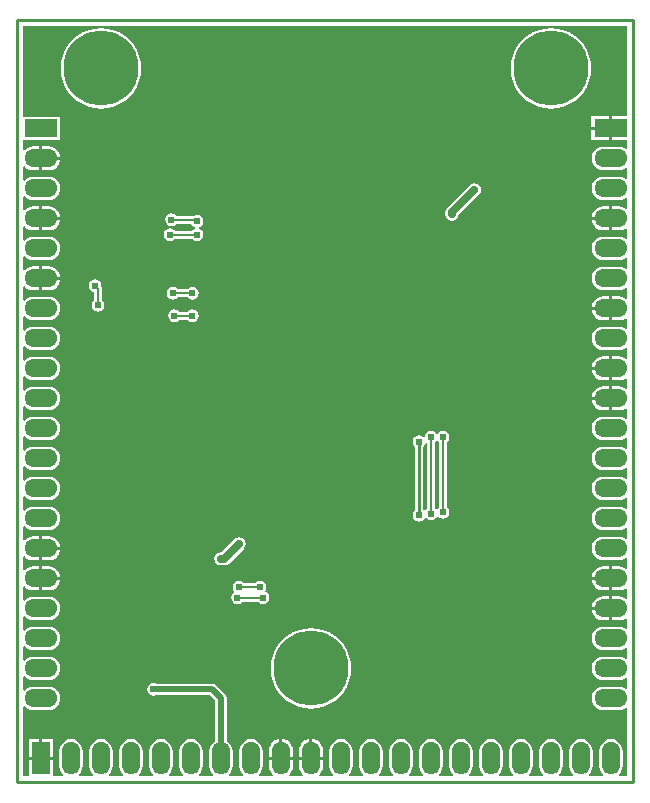
<source format=gbl>
G04*
G04 #@! TF.GenerationSoftware,Altium Limited,Altium Designer,19.0.10 (269)*
G04*
G04 Layer_Physical_Order=2*
G04 Layer_Color=16711680*
%FSLAX25Y25*%
%MOIN*%
G70*
G01*
G75*
%ADD15C,0.01000*%
%ADD17C,0.00800*%
%ADD41C,0.02000*%
%ADD42C,0.02500*%
%ADD43C,0.25000*%
%ADD44R,0.11000X0.06000*%
%ADD45O,0.11000X0.06000*%
%ADD46R,0.06000X0.11000*%
%ADD47O,0.06000X0.11000*%
%ADD48C,0.02400*%
G36*
X203461Y222000D02*
X198500D01*
Y218000D01*
Y214000D01*
X203461D01*
Y211274D01*
X202961Y211028D01*
X202467Y211407D01*
X201518Y211800D01*
X200500Y211934D01*
X195500D01*
X194482Y211800D01*
X193533Y211407D01*
X192719Y210782D01*
X192093Y209967D01*
X191700Y209018D01*
X191566Y208000D01*
X191700Y206982D01*
X192093Y206033D01*
X192719Y205219D01*
X193533Y204593D01*
X194482Y204200D01*
X195500Y204066D01*
X200500D01*
X201518Y204200D01*
X202467Y204593D01*
X202961Y204972D01*
X203461Y204726D01*
Y201274D01*
X202961Y201027D01*
X202467Y201407D01*
X201518Y201800D01*
X200500Y201934D01*
X195500D01*
X194482Y201800D01*
X193533Y201407D01*
X192719Y200781D01*
X192093Y199967D01*
X191700Y199018D01*
X191566Y198000D01*
X191700Y196982D01*
X192093Y196033D01*
X192719Y195219D01*
X193533Y194593D01*
X194482Y194200D01*
X195500Y194066D01*
X200500D01*
X201518Y194200D01*
X202467Y194593D01*
X202961Y194973D01*
X203461Y194726D01*
Y191400D01*
X202961Y191154D01*
X202517Y191494D01*
X201544Y191897D01*
X200500Y192034D01*
X198500D01*
Y188000D01*
Y183966D01*
X200500D01*
X201544Y184103D01*
X202517Y184506D01*
X202961Y184846D01*
X203461Y184600D01*
Y181274D01*
X202961Y181027D01*
X202467Y181407D01*
X201518Y181800D01*
X200500Y181934D01*
X195500D01*
X194482Y181800D01*
X193533Y181407D01*
X192719Y180781D01*
X192093Y179967D01*
X191700Y179018D01*
X191566Y178000D01*
X191700Y176982D01*
X192093Y176033D01*
X192719Y175218D01*
X193533Y174593D01*
X194482Y174200D01*
X195500Y174066D01*
X200500D01*
X201518Y174200D01*
X202467Y174593D01*
X202961Y174972D01*
X203461Y174726D01*
Y171274D01*
X202961Y171028D01*
X202467Y171407D01*
X201518Y171800D01*
X200500Y171934D01*
X195500D01*
X194482Y171800D01*
X193533Y171407D01*
X192719Y170782D01*
X192093Y169967D01*
X191700Y169018D01*
X191566Y168000D01*
X191700Y166982D01*
X192093Y166033D01*
X192719Y165218D01*
X193533Y164593D01*
X194482Y164200D01*
X195500Y164066D01*
X200500D01*
X201518Y164200D01*
X202467Y164593D01*
X202961Y164972D01*
X203461Y164726D01*
Y161400D01*
X202961Y161154D01*
X202517Y161494D01*
X201544Y161897D01*
X200500Y162034D01*
X198500D01*
Y158000D01*
Y153965D01*
X200500D01*
X201544Y154103D01*
X202517Y154506D01*
X202961Y154846D01*
X203461Y154600D01*
Y151274D01*
X202961Y151028D01*
X202467Y151407D01*
X201518Y151800D01*
X200500Y151934D01*
X195500D01*
X194482Y151800D01*
X193533Y151407D01*
X192719Y150782D01*
X192093Y149967D01*
X191700Y149018D01*
X191566Y148000D01*
X191700Y146982D01*
X192093Y146033D01*
X192719Y145219D01*
X193533Y144593D01*
X194482Y144200D01*
X195500Y144066D01*
X200500D01*
X201518Y144200D01*
X202467Y144593D01*
X202961Y144973D01*
X203461Y144726D01*
Y141400D01*
X202961Y141154D01*
X202517Y141494D01*
X201544Y141897D01*
X200500Y142034D01*
X198500D01*
Y138000D01*
Y133966D01*
X200500D01*
X201544Y134103D01*
X202517Y134506D01*
X202961Y134846D01*
X203461Y134600D01*
Y131400D01*
X202961Y131154D01*
X202517Y131494D01*
X201544Y131897D01*
X200500Y132035D01*
X198500D01*
Y128000D01*
Y123966D01*
X200500D01*
X201544Y124103D01*
X202517Y124506D01*
X202961Y124846D01*
X203461Y124600D01*
Y121274D01*
X202961Y121028D01*
X202467Y121407D01*
X201518Y121800D01*
X200500Y121934D01*
X195500D01*
X194482Y121800D01*
X193533Y121407D01*
X192719Y120782D01*
X192093Y119967D01*
X191700Y119018D01*
X191566Y118000D01*
X191700Y116982D01*
X192093Y116033D01*
X192719Y115218D01*
X193533Y114593D01*
X194482Y114200D01*
X195500Y114066D01*
X200500D01*
X201518Y114200D01*
X202467Y114593D01*
X202961Y114972D01*
X203461Y114726D01*
Y111274D01*
X202961Y111028D01*
X202467Y111407D01*
X201518Y111800D01*
X200500Y111934D01*
X195500D01*
X194482Y111800D01*
X193533Y111407D01*
X192719Y110782D01*
X192093Y109967D01*
X191700Y109018D01*
X191566Y108000D01*
X191700Y106982D01*
X192093Y106033D01*
X192719Y105219D01*
X193533Y104593D01*
X194482Y104200D01*
X195500Y104066D01*
X200500D01*
X201518Y104200D01*
X202467Y104593D01*
X202961Y104973D01*
X203461Y104726D01*
Y101274D01*
X202961Y101028D01*
X202467Y101407D01*
X201518Y101800D01*
X200500Y101934D01*
X195500D01*
X194482Y101800D01*
X193533Y101407D01*
X192719Y100782D01*
X192093Y99967D01*
X191700Y99018D01*
X191566Y98000D01*
X191700Y96982D01*
X192093Y96033D01*
X192719Y95218D01*
X193533Y94593D01*
X194482Y94200D01*
X195500Y94066D01*
X200500D01*
X201518Y94200D01*
X202467Y94593D01*
X202961Y94972D01*
X203461Y94726D01*
Y91274D01*
X202961Y91027D01*
X202467Y91407D01*
X201518Y91800D01*
X200500Y91934D01*
X195500D01*
X194482Y91800D01*
X193533Y91407D01*
X192719Y90781D01*
X192093Y89967D01*
X191700Y89018D01*
X191566Y88000D01*
X191700Y86982D01*
X192093Y86033D01*
X192719Y85219D01*
X193533Y84593D01*
X194482Y84200D01*
X195500Y84066D01*
X200500D01*
X201518Y84200D01*
X202467Y84593D01*
X202961Y84973D01*
X203461Y84726D01*
Y81274D01*
X202961Y81028D01*
X202467Y81407D01*
X201518Y81800D01*
X200500Y81934D01*
X195500D01*
X194482Y81800D01*
X193533Y81407D01*
X192719Y80782D01*
X192093Y79967D01*
X191700Y79018D01*
X191566Y78000D01*
X191700Y76982D01*
X192093Y76033D01*
X192719Y75218D01*
X193533Y74593D01*
X194482Y74200D01*
X195500Y74066D01*
X200500D01*
X201518Y74200D01*
X202467Y74593D01*
X202961Y74972D01*
X203461Y74726D01*
Y71400D01*
X202961Y71154D01*
X202517Y71494D01*
X201544Y71897D01*
X200500Y72035D01*
X198500D01*
Y68000D01*
Y63965D01*
X200500D01*
X201544Y64103D01*
X202517Y64506D01*
X202961Y64846D01*
X203461Y64600D01*
Y61400D01*
X202961Y61154D01*
X202517Y61494D01*
X201544Y61897D01*
X200500Y62034D01*
X198500D01*
Y58000D01*
Y53966D01*
X200500D01*
X201544Y54103D01*
X202517Y54506D01*
X202961Y54846D01*
X203461Y54600D01*
Y51274D01*
X202961Y51028D01*
X202467Y51407D01*
X201518Y51800D01*
X200500Y51934D01*
X195500D01*
X194482Y51800D01*
X193533Y51407D01*
X192719Y50782D01*
X192093Y49967D01*
X191700Y49018D01*
X191566Y48000D01*
X191700Y46982D01*
X192093Y46033D01*
X192719Y45219D01*
X193533Y44593D01*
X194482Y44200D01*
X195500Y44066D01*
X200500D01*
X201518Y44200D01*
X202467Y44593D01*
X202961Y44972D01*
X203461Y44726D01*
Y41274D01*
X202961Y41028D01*
X202467Y41407D01*
X201518Y41800D01*
X200500Y41934D01*
X195500D01*
X194482Y41800D01*
X193533Y41407D01*
X192719Y40782D01*
X192093Y39967D01*
X191700Y39018D01*
X191566Y38000D01*
X191700Y36982D01*
X192093Y36033D01*
X192719Y35219D01*
X193533Y34593D01*
X194482Y34200D01*
X195500Y34066D01*
X200500D01*
X201518Y34200D01*
X202467Y34593D01*
X202961Y34972D01*
X203461Y34726D01*
Y31274D01*
X202961Y31028D01*
X202467Y31407D01*
X201518Y31800D01*
X200500Y31934D01*
X195500D01*
X194482Y31800D01*
X193533Y31407D01*
X192719Y30781D01*
X192093Y29967D01*
X191700Y29018D01*
X191566Y28000D01*
X191700Y26982D01*
X192093Y26033D01*
X192719Y25218D01*
X193533Y24593D01*
X194482Y24200D01*
X195500Y24066D01*
X200500D01*
X201518Y24200D01*
X202467Y24593D01*
X202961Y24972D01*
X203461Y24726D01*
Y2039D01*
X200717D01*
X200548Y2539D01*
X200781Y2719D01*
X201407Y3533D01*
X201800Y4482D01*
X201934Y5500D01*
Y10500D01*
X201800Y11518D01*
X201407Y12467D01*
X200781Y13282D01*
X199967Y13907D01*
X199018Y14300D01*
X198000Y14434D01*
X196982Y14300D01*
X196033Y13907D01*
X195219Y13282D01*
X194593Y12467D01*
X194200Y11518D01*
X194066Y10500D01*
Y5500D01*
X194200Y4482D01*
X194593Y3533D01*
X195219Y2719D01*
X195452Y2539D01*
X195282Y2039D01*
X190717D01*
X190548Y2539D01*
X190781Y2719D01*
X191407Y3533D01*
X191800Y4482D01*
X191934Y5500D01*
Y10500D01*
X191800Y11518D01*
X191407Y12467D01*
X190781Y13282D01*
X189967Y13907D01*
X189018Y14300D01*
X188000Y14434D01*
X186982Y14300D01*
X186033Y13907D01*
X185219Y13282D01*
X184593Y12467D01*
X184200Y11518D01*
X184066Y10500D01*
Y5500D01*
X184200Y4482D01*
X184593Y3533D01*
X185219Y2719D01*
X185452Y2539D01*
X185283Y2039D01*
X180718D01*
X180548Y2539D01*
X180781Y2719D01*
X181407Y3533D01*
X181800Y4482D01*
X181934Y5500D01*
Y10500D01*
X181800Y11518D01*
X181407Y12467D01*
X180781Y13282D01*
X179967Y13907D01*
X179018Y14300D01*
X178000Y14434D01*
X176982Y14300D01*
X176033Y13907D01*
X175218Y13282D01*
X174593Y12467D01*
X174200Y11518D01*
X174066Y10500D01*
Y5500D01*
X174200Y4482D01*
X174593Y3533D01*
X175218Y2719D01*
X175452Y2539D01*
X175283Y2039D01*
X170718D01*
X170548Y2539D01*
X170782Y2719D01*
X171407Y3533D01*
X171800Y4482D01*
X171934Y5500D01*
Y10500D01*
X171800Y11518D01*
X171407Y12467D01*
X170782Y13282D01*
X169967Y13907D01*
X169018Y14300D01*
X168000Y14434D01*
X166982Y14300D01*
X166033Y13907D01*
X165218Y13282D01*
X164593Y12467D01*
X164200Y11518D01*
X164066Y10500D01*
Y5500D01*
X164200Y4482D01*
X164593Y3533D01*
X165218Y2719D01*
X165452Y2539D01*
X165282Y2039D01*
X160717D01*
X160548Y2539D01*
X160782Y2719D01*
X161407Y3533D01*
X161800Y4482D01*
X161934Y5500D01*
Y10500D01*
X161800Y11518D01*
X161407Y12467D01*
X160782Y13282D01*
X159967Y13907D01*
X159018Y14300D01*
X158000Y14434D01*
X156982Y14300D01*
X156033Y13907D01*
X155219Y13282D01*
X154593Y12467D01*
X154200Y11518D01*
X154066Y10500D01*
Y5500D01*
X154200Y4482D01*
X154593Y3533D01*
X155219Y2719D01*
X155452Y2539D01*
X155282Y2039D01*
X150717D01*
X150548Y2539D01*
X150782Y2719D01*
X151407Y3533D01*
X151800Y4482D01*
X151934Y5500D01*
Y10500D01*
X151800Y11518D01*
X151407Y12467D01*
X150782Y13282D01*
X149967Y13907D01*
X149018Y14300D01*
X148000Y14434D01*
X146982Y14300D01*
X146033Y13907D01*
X145219Y13282D01*
X144593Y12467D01*
X144200Y11518D01*
X144066Y10500D01*
Y5500D01*
X144200Y4482D01*
X144593Y3533D01*
X145219Y2719D01*
X145452Y2539D01*
X145282Y2039D01*
X140717D01*
X140548Y2539D01*
X140781Y2719D01*
X141407Y3533D01*
X141800Y4482D01*
X141934Y5500D01*
Y10500D01*
X141800Y11518D01*
X141407Y12467D01*
X140781Y13282D01*
X139967Y13907D01*
X139018Y14300D01*
X138000Y14434D01*
X136982Y14300D01*
X136033Y13907D01*
X135219Y13282D01*
X134593Y12467D01*
X134200Y11518D01*
X134066Y10500D01*
Y5500D01*
X134200Y4482D01*
X134593Y3533D01*
X135219Y2719D01*
X135452Y2539D01*
X135283Y2039D01*
X130718D01*
X130548Y2539D01*
X130781Y2719D01*
X131407Y3533D01*
X131800Y4482D01*
X131934Y5500D01*
Y10500D01*
X131800Y11518D01*
X131407Y12467D01*
X130781Y13282D01*
X129967Y13907D01*
X129018Y14300D01*
X128000Y14434D01*
X126982Y14300D01*
X126033Y13907D01*
X125218Y13282D01*
X124593Y12467D01*
X124200Y11518D01*
X124066Y10500D01*
Y5500D01*
X124200Y4482D01*
X124593Y3533D01*
X125218Y2719D01*
X125452Y2539D01*
X125283Y2039D01*
X120718D01*
X120548Y2539D01*
X120782Y2719D01*
X121407Y3533D01*
X121800Y4482D01*
X121934Y5500D01*
Y10500D01*
X121800Y11518D01*
X121407Y12467D01*
X120782Y13282D01*
X119967Y13907D01*
X119018Y14300D01*
X118000Y14434D01*
X116982Y14300D01*
X116033Y13907D01*
X115218Y13282D01*
X114593Y12467D01*
X114200Y11518D01*
X114066Y10500D01*
Y5500D01*
X114200Y4482D01*
X114593Y3533D01*
X115218Y2719D01*
X115452Y2539D01*
X115282Y2039D01*
X110717D01*
X110548Y2539D01*
X110782Y2719D01*
X111407Y3533D01*
X111800Y4482D01*
X111934Y5500D01*
Y10500D01*
X111800Y11518D01*
X111407Y12467D01*
X110782Y13282D01*
X109967Y13907D01*
X109018Y14300D01*
X108000Y14434D01*
X106982Y14300D01*
X106033Y13907D01*
X105219Y13282D01*
X104593Y12467D01*
X104200Y11518D01*
X104066Y10500D01*
Y5500D01*
X104200Y4482D01*
X104593Y3533D01*
X105219Y2719D01*
X105452Y2539D01*
X105282Y2039D01*
X100838D01*
X100678Y2513D01*
X100853Y2647D01*
X101494Y3483D01*
X101897Y4456D01*
X102034Y5500D01*
Y7500D01*
X98000D01*
X93966D01*
Y5500D01*
X94103Y4456D01*
X94506Y3483D01*
X95147Y2647D01*
X95323Y2513D01*
X95162Y2039D01*
X90838D01*
X90677Y2513D01*
X90853Y2647D01*
X91494Y3483D01*
X91897Y4456D01*
X92035Y5500D01*
Y7500D01*
X88000D01*
X83965D01*
Y5500D01*
X84103Y4456D01*
X84506Y3483D01*
X85147Y2647D01*
X85322Y2513D01*
X85162Y2039D01*
X80717D01*
X80548Y2539D01*
X80782Y2719D01*
X81407Y3533D01*
X81800Y4482D01*
X81934Y5500D01*
Y10500D01*
X81800Y11518D01*
X81407Y12467D01*
X80782Y13282D01*
X79967Y13907D01*
X79018Y14300D01*
X78000Y14434D01*
X76982Y14300D01*
X76033Y13907D01*
X75218Y13282D01*
X74593Y12467D01*
X74200Y11518D01*
X74066Y10500D01*
Y5500D01*
X74200Y4482D01*
X74593Y3533D01*
X75218Y2719D01*
X75452Y2539D01*
X75283Y2039D01*
X70718D01*
X70548Y2539D01*
X70781Y2719D01*
X71407Y3533D01*
X71800Y4482D01*
X71934Y5500D01*
Y10500D01*
X71800Y11518D01*
X71407Y12467D01*
X70781Y13282D01*
X69967Y13907D01*
X69937Y13919D01*
Y28000D01*
X69790Y28741D01*
X69370Y29370D01*
X66370Y32370D01*
X65741Y32790D01*
X65000Y32937D01*
X46381D01*
X46319Y32978D01*
X45500Y33141D01*
X44681Y32978D01*
X43986Y32514D01*
X43522Y31819D01*
X43359Y31000D01*
X43522Y30181D01*
X43986Y29486D01*
X44681Y29022D01*
X45500Y28859D01*
X46319Y29022D01*
X46381Y29063D01*
X64198D01*
X66063Y27198D01*
Y13919D01*
X66033Y13907D01*
X65219Y13282D01*
X64593Y12467D01*
X64200Y11518D01*
X64066Y10500D01*
Y5500D01*
X64200Y4482D01*
X64593Y3533D01*
X65219Y2719D01*
X65452Y2539D01*
X65282Y2039D01*
X60717D01*
X60548Y2539D01*
X60782Y2719D01*
X61407Y3533D01*
X61800Y4482D01*
X61934Y5500D01*
Y10500D01*
X61800Y11518D01*
X61407Y12467D01*
X60782Y13282D01*
X59967Y13907D01*
X59018Y14300D01*
X58000Y14434D01*
X56982Y14300D01*
X56033Y13907D01*
X55218Y13282D01*
X54593Y12467D01*
X54200Y11518D01*
X54066Y10500D01*
Y5500D01*
X54200Y4482D01*
X54593Y3533D01*
X55218Y2719D01*
X55452Y2539D01*
X55282Y2039D01*
X50718D01*
X50548Y2539D01*
X50782Y2719D01*
X51407Y3533D01*
X51800Y4482D01*
X51934Y5500D01*
Y10500D01*
X51800Y11518D01*
X51407Y12467D01*
X50782Y13282D01*
X49967Y13907D01*
X49018Y14300D01*
X48000Y14434D01*
X46982Y14300D01*
X46033Y13907D01*
X45219Y13282D01*
X44593Y12467D01*
X44200Y11518D01*
X44066Y10500D01*
Y5500D01*
X44200Y4482D01*
X44593Y3533D01*
X45219Y2719D01*
X45452Y2539D01*
X45283Y2039D01*
X40718D01*
X40548Y2539D01*
X40782Y2719D01*
X41407Y3533D01*
X41800Y4482D01*
X41934Y5500D01*
Y10500D01*
X41800Y11518D01*
X41407Y12467D01*
X40782Y13282D01*
X39967Y13907D01*
X39018Y14300D01*
X38000Y14434D01*
X36982Y14300D01*
X36033Y13907D01*
X35219Y13282D01*
X34593Y12467D01*
X34200Y11518D01*
X34066Y10500D01*
Y5500D01*
X34200Y4482D01*
X34593Y3533D01*
X35219Y2719D01*
X35452Y2539D01*
X35282Y2039D01*
X30718D01*
X30548Y2539D01*
X30781Y2719D01*
X31407Y3533D01*
X31800Y4482D01*
X31934Y5500D01*
Y10500D01*
X31800Y11518D01*
X31407Y12467D01*
X30781Y13282D01*
X29967Y13907D01*
X29018Y14300D01*
X28000Y14434D01*
X26982Y14300D01*
X26033Y13907D01*
X25218Y13282D01*
X24593Y12467D01*
X24200Y11518D01*
X24066Y10500D01*
Y5500D01*
X24200Y4482D01*
X24593Y3533D01*
X25218Y2719D01*
X25452Y2539D01*
X25282Y2039D01*
X20718D01*
X20548Y2539D01*
X20782Y2719D01*
X21407Y3533D01*
X21800Y4482D01*
X21934Y5500D01*
Y10500D01*
X21800Y11518D01*
X21407Y12467D01*
X20782Y13282D01*
X19967Y13907D01*
X19018Y14300D01*
X18000Y14434D01*
X16982Y14300D01*
X16033Y13907D01*
X15218Y13282D01*
X14593Y12467D01*
X14200Y11518D01*
X14066Y10500D01*
Y5500D01*
X14200Y4482D01*
X14593Y3533D01*
X15218Y2719D01*
X15452Y2539D01*
X15282Y2039D01*
X12000D01*
Y7500D01*
X8000D01*
X4000D01*
Y2039D01*
X2039D01*
Y25282D01*
X2539Y25452D01*
X2719Y25218D01*
X3533Y24593D01*
X4482Y24200D01*
X5500Y24066D01*
X10500D01*
X11518Y24200D01*
X12467Y24593D01*
X13282Y25218D01*
X13907Y26033D01*
X14300Y26982D01*
X14434Y28000D01*
X14300Y29018D01*
X13907Y29967D01*
X13282Y30781D01*
X12467Y31407D01*
X11518Y31800D01*
X10500Y31934D01*
X5500D01*
X4482Y31800D01*
X3533Y31407D01*
X2719Y30781D01*
X2539Y30548D01*
X2039Y30718D01*
Y35282D01*
X2539Y35452D01*
X2719Y35219D01*
X3533Y34593D01*
X4482Y34200D01*
X5500Y34066D01*
X10500D01*
X11518Y34200D01*
X12467Y34593D01*
X13282Y35219D01*
X13907Y36033D01*
X14300Y36982D01*
X14434Y38000D01*
X14300Y39018D01*
X13907Y39967D01*
X13282Y40782D01*
X12467Y41407D01*
X11518Y41800D01*
X10500Y41934D01*
X5500D01*
X4482Y41800D01*
X3533Y41407D01*
X2719Y40782D01*
X2539Y40548D01*
X2039Y40718D01*
Y45283D01*
X2539Y45452D01*
X2719Y45219D01*
X3533Y44593D01*
X4482Y44200D01*
X5500Y44066D01*
X10500D01*
X11518Y44200D01*
X12467Y44593D01*
X13282Y45219D01*
X13907Y46033D01*
X14300Y46982D01*
X14434Y48000D01*
X14300Y49018D01*
X13907Y49967D01*
X13282Y50782D01*
X12467Y51407D01*
X11518Y51800D01*
X10500Y51934D01*
X5500D01*
X4482Y51800D01*
X3533Y51407D01*
X2719Y50782D01*
X2539Y50548D01*
X2039Y50718D01*
Y55282D01*
X2539Y55452D01*
X2719Y55218D01*
X3533Y54593D01*
X4482Y54200D01*
X5500Y54066D01*
X10500D01*
X11518Y54200D01*
X12467Y54593D01*
X13282Y55218D01*
X13907Y56033D01*
X14300Y56982D01*
X14434Y58000D01*
X14300Y59018D01*
X13907Y59967D01*
X13282Y60782D01*
X12467Y61407D01*
X11518Y61800D01*
X10500Y61934D01*
X5500D01*
X4482Y61800D01*
X3533Y61407D01*
X2719Y60782D01*
X2539Y60548D01*
X2039Y60717D01*
Y65162D01*
X2513Y65323D01*
X2647Y65147D01*
X3483Y64506D01*
X4456Y64103D01*
X5500Y63965D01*
X7500D01*
Y68000D01*
Y72035D01*
X5500D01*
X4456Y71897D01*
X3483Y71494D01*
X2647Y70853D01*
X2513Y70678D01*
X2039Y70838D01*
Y75162D01*
X2513Y75323D01*
X2647Y75147D01*
X3483Y74506D01*
X4456Y74103D01*
X5500Y73966D01*
X7500D01*
Y78000D01*
Y82034D01*
X5500D01*
X4456Y81897D01*
X3483Y81494D01*
X2647Y80853D01*
X2513Y80677D01*
X2039Y80838D01*
Y85282D01*
X2539Y85452D01*
X2719Y85219D01*
X3533Y84593D01*
X4482Y84200D01*
X5500Y84066D01*
X10500D01*
X11518Y84200D01*
X12467Y84593D01*
X13282Y85219D01*
X13907Y86033D01*
X14300Y86982D01*
X14434Y88000D01*
X14300Y89018D01*
X13907Y89967D01*
X13282Y90781D01*
X12467Y91407D01*
X11518Y91800D01*
X10500Y91934D01*
X5500D01*
X4482Y91800D01*
X3533Y91407D01*
X2719Y90781D01*
X2539Y90548D01*
X2039Y90718D01*
Y95283D01*
X2539Y95452D01*
X2719Y95218D01*
X3533Y94593D01*
X4482Y94200D01*
X5500Y94066D01*
X10500D01*
X11518Y94200D01*
X12467Y94593D01*
X13282Y95218D01*
X13907Y96033D01*
X14300Y96982D01*
X14434Y98000D01*
X14300Y99018D01*
X13907Y99967D01*
X13282Y100782D01*
X12467Y101407D01*
X11518Y101800D01*
X10500Y101934D01*
X5500D01*
X4482Y101800D01*
X3533Y101407D01*
X2719Y100782D01*
X2539Y100548D01*
X2039Y100717D01*
Y105282D01*
X2539Y105452D01*
X2719Y105219D01*
X3533Y104593D01*
X4482Y104200D01*
X5500Y104066D01*
X10500D01*
X11518Y104200D01*
X12467Y104593D01*
X13282Y105219D01*
X13907Y106033D01*
X14300Y106982D01*
X14434Y108000D01*
X14300Y109018D01*
X13907Y109967D01*
X13282Y110782D01*
X12467Y111407D01*
X11518Y111800D01*
X10500Y111934D01*
X5500D01*
X4482Y111800D01*
X3533Y111407D01*
X2719Y110782D01*
X2539Y110548D01*
X2039Y110717D01*
Y115282D01*
X2539Y115452D01*
X2719Y115218D01*
X3533Y114593D01*
X4482Y114200D01*
X5500Y114066D01*
X10500D01*
X11518Y114200D01*
X12467Y114593D01*
X13282Y115218D01*
X13907Y116033D01*
X14300Y116982D01*
X14434Y118000D01*
X14300Y119018D01*
X13907Y119967D01*
X13282Y120782D01*
X12467Y121407D01*
X11518Y121800D01*
X10500Y121934D01*
X5500D01*
X4482Y121800D01*
X3533Y121407D01*
X2719Y120782D01*
X2539Y120548D01*
X2039Y120718D01*
Y125283D01*
X2539Y125452D01*
X2719Y125218D01*
X3533Y124593D01*
X4482Y124200D01*
X5500Y124066D01*
X10500D01*
X11518Y124200D01*
X12467Y124593D01*
X13282Y125218D01*
X13907Y126033D01*
X14300Y126982D01*
X14434Y128000D01*
X14300Y129018D01*
X13907Y129967D01*
X13282Y130781D01*
X12467Y131407D01*
X11518Y131800D01*
X10500Y131934D01*
X5500D01*
X4482Y131800D01*
X3533Y131407D01*
X2719Y130781D01*
X2539Y130548D01*
X2039Y130718D01*
Y135283D01*
X2539Y135452D01*
X2719Y135219D01*
X3533Y134593D01*
X4482Y134200D01*
X5500Y134066D01*
X10500D01*
X11518Y134200D01*
X12467Y134593D01*
X13282Y135219D01*
X13907Y136033D01*
X14300Y136982D01*
X14434Y138000D01*
X14300Y139018D01*
X13907Y139967D01*
X13282Y140781D01*
X12467Y141407D01*
X11518Y141800D01*
X10500Y141934D01*
X5500D01*
X4482Y141800D01*
X3533Y141407D01*
X2719Y140781D01*
X2539Y140548D01*
X2039Y140717D01*
Y145282D01*
X2539Y145452D01*
X2719Y145219D01*
X3533Y144593D01*
X4482Y144200D01*
X5500Y144066D01*
X10500D01*
X11518Y144200D01*
X12467Y144593D01*
X13282Y145219D01*
X13907Y146033D01*
X14300Y146982D01*
X14434Y148000D01*
X14300Y149018D01*
X13907Y149967D01*
X13282Y150782D01*
X12467Y151407D01*
X11518Y151800D01*
X10500Y151934D01*
X5500D01*
X4482Y151800D01*
X3533Y151407D01*
X2719Y150782D01*
X2539Y150548D01*
X2039Y150717D01*
Y155282D01*
X2539Y155452D01*
X2719Y155219D01*
X3533Y154593D01*
X4482Y154200D01*
X5500Y154066D01*
X10500D01*
X11518Y154200D01*
X12467Y154593D01*
X13282Y155219D01*
X13907Y156033D01*
X14300Y156982D01*
X14434Y158000D01*
X14300Y159018D01*
X13907Y159967D01*
X13282Y160782D01*
X12467Y161407D01*
X11518Y161800D01*
X10500Y161934D01*
X5500D01*
X4482Y161800D01*
X3533Y161407D01*
X2719Y160782D01*
X2539Y160548D01*
X2039Y160717D01*
Y165162D01*
X2513Y165322D01*
X2647Y165147D01*
X3483Y164506D01*
X4456Y164103D01*
X5500Y163965D01*
X7500D01*
Y168000D01*
Y172035D01*
X5500D01*
X4456Y171897D01*
X3483Y171494D01*
X2647Y170853D01*
X2513Y170677D01*
X2039Y170838D01*
Y175283D01*
X2539Y175452D01*
X2719Y175218D01*
X3533Y174593D01*
X4482Y174200D01*
X5500Y174066D01*
X10500D01*
X11518Y174200D01*
X12467Y174593D01*
X13282Y175218D01*
X13907Y176033D01*
X14300Y176982D01*
X14434Y178000D01*
X14300Y179018D01*
X13907Y179967D01*
X13282Y180781D01*
X12467Y181407D01*
X11518Y181800D01*
X10500Y181934D01*
X5500D01*
X4482Y181800D01*
X3533Y181407D01*
X2719Y180781D01*
X2539Y180548D01*
X2039Y180718D01*
Y185162D01*
X2513Y185322D01*
X2647Y185147D01*
X3483Y184506D01*
X4456Y184103D01*
X5500Y183966D01*
X7500D01*
Y188000D01*
Y192034D01*
X5500D01*
X4456Y191897D01*
X3483Y191494D01*
X2647Y190853D01*
X2513Y190677D01*
X2039Y190838D01*
Y195282D01*
X2539Y195452D01*
X2719Y195219D01*
X3533Y194593D01*
X4482Y194200D01*
X5500Y194066D01*
X10500D01*
X11518Y194200D01*
X12467Y194593D01*
X13282Y195219D01*
X13907Y196033D01*
X14300Y196982D01*
X14434Y198000D01*
X14300Y199018D01*
X13907Y199967D01*
X13282Y200781D01*
X12467Y201407D01*
X11518Y201800D01*
X10500Y201934D01*
X5500D01*
X4482Y201800D01*
X3533Y201407D01*
X2719Y200781D01*
X2539Y200548D01*
X2039Y200717D01*
Y205162D01*
X2513Y205323D01*
X2647Y205147D01*
X3483Y204506D01*
X4456Y204103D01*
X5500Y203965D01*
X7500D01*
Y208000D01*
Y212035D01*
X5500D01*
X4456Y211897D01*
X3483Y211494D01*
X2647Y210853D01*
X2513Y210678D01*
X2039Y210838D01*
Y214100D01*
X14400D01*
Y221900D01*
X2039D01*
Y251961D01*
X203461D01*
Y222000D01*
D02*
G37*
%LPC*%
G36*
X178000Y251441D02*
X175897Y251276D01*
X173846Y250784D01*
X171898Y249976D01*
X170099Y248874D01*
X168496Y247504D01*
X167126Y245901D01*
X166024Y244102D01*
X165216Y242154D01*
X164724Y240103D01*
X164559Y238000D01*
X164724Y235897D01*
X165216Y233846D01*
X166024Y231898D01*
X167126Y230099D01*
X168496Y228496D01*
X170099Y227126D01*
X171898Y226024D01*
X173846Y225216D01*
X175897Y224724D01*
X178000Y224559D01*
X180103Y224724D01*
X182154Y225216D01*
X184102Y226024D01*
X185901Y227126D01*
X187504Y228496D01*
X188874Y230099D01*
X189976Y231898D01*
X190784Y233846D01*
X191276Y235897D01*
X191441Y238000D01*
X191276Y240103D01*
X190784Y242154D01*
X189976Y244102D01*
X188874Y245901D01*
X187504Y247504D01*
X185901Y248874D01*
X184102Y249976D01*
X182154Y250784D01*
X180103Y251276D01*
X178000Y251441D01*
D02*
G37*
G36*
X28000D02*
X25897Y251276D01*
X23846Y250784D01*
X21898Y249976D01*
X20099Y248874D01*
X18496Y247504D01*
X17126Y245901D01*
X16024Y244102D01*
X15216Y242154D01*
X14724Y240103D01*
X14559Y238000D01*
X14724Y235897D01*
X15216Y233846D01*
X16024Y231898D01*
X17126Y230099D01*
X18496Y228496D01*
X20099Y227126D01*
X21898Y226024D01*
X23846Y225216D01*
X25897Y224724D01*
X28000Y224559D01*
X30103Y224724D01*
X32154Y225216D01*
X34102Y226024D01*
X35901Y227126D01*
X37505Y228496D01*
X38874Y230099D01*
X39976Y231898D01*
X40784Y233846D01*
X41276Y235897D01*
X41441Y238000D01*
X41276Y240103D01*
X40784Y242154D01*
X39976Y244102D01*
X38874Y245901D01*
X37505Y247504D01*
X35901Y248874D01*
X34102Y249976D01*
X32154Y250784D01*
X30103Y251276D01*
X28000Y251441D01*
D02*
G37*
G36*
X197500Y222000D02*
X191500D01*
Y218500D01*
X197500D01*
Y222000D01*
D02*
G37*
G36*
Y217500D02*
X191500D01*
Y214000D01*
X197500D01*
Y217500D01*
D02*
G37*
G36*
X10500Y212035D02*
X8500D01*
Y208500D01*
X14469D01*
X14397Y209044D01*
X13994Y210017D01*
X13353Y210853D01*
X12517Y211494D01*
X11544Y211897D01*
X10500Y212035D01*
D02*
G37*
G36*
X14469Y207500D02*
X8500D01*
Y203965D01*
X10500D01*
X11544Y204103D01*
X12517Y204506D01*
X13353Y205147D01*
X13994Y205983D01*
X14397Y206956D01*
X14469Y207500D01*
D02*
G37*
G36*
X197500Y192034D02*
X195500D01*
X194456Y191897D01*
X193483Y191494D01*
X192647Y190853D01*
X192006Y190017D01*
X191603Y189044D01*
X191531Y188500D01*
X197500D01*
Y192034D01*
D02*
G37*
G36*
X10500D02*
X8500D01*
Y188500D01*
X14469D01*
X14397Y189044D01*
X13994Y190017D01*
X13353Y190853D01*
X12517Y191494D01*
X11544Y191897D01*
X10500Y192034D01*
D02*
G37*
G36*
X152500Y199692D02*
X151661Y199525D01*
X150950Y199050D01*
X143450Y191550D01*
X142975Y190839D01*
X142808Y190000D01*
Y189362D01*
X142975Y188523D01*
X143450Y187812D01*
X144161Y187337D01*
X145000Y187170D01*
X145839Y187337D01*
X146550Y187812D01*
X147025Y188523D01*
X147125Y189025D01*
X154050Y195950D01*
X154525Y196661D01*
X154692Y197500D01*
X154525Y198339D01*
X154050Y199050D01*
X153339Y199525D01*
X152500Y199692D01*
D02*
G37*
G36*
X197500Y187500D02*
X191531D01*
X191603Y186956D01*
X192006Y185983D01*
X192647Y185147D01*
X193483Y184506D01*
X194456Y184103D01*
X195500Y183966D01*
X197500D01*
Y187500D01*
D02*
G37*
G36*
X14469D02*
X8500D01*
Y183966D01*
X10500D01*
X11544Y184103D01*
X12517Y184506D01*
X13353Y185147D01*
X13994Y185983D01*
X14397Y186956D01*
X14469Y187500D01*
D02*
G37*
G36*
X51500Y189641D02*
X50681Y189478D01*
X49986Y189014D01*
X49522Y188319D01*
X49359Y187500D01*
X49522Y186681D01*
X49986Y185986D01*
X50681Y185522D01*
X51500Y185359D01*
X52319Y185522D01*
X53014Y185986D01*
X53140Y186174D01*
X58026D01*
X58486Y185486D01*
X59181Y185022D01*
X59266Y185005D01*
Y184495D01*
X59181Y184478D01*
X58486Y184014D01*
X58360Y183826D01*
X52640D01*
X52514Y184014D01*
X51819Y184478D01*
X51000Y184641D01*
X50181Y184478D01*
X49486Y184014D01*
X49022Y183319D01*
X48859Y182500D01*
X49022Y181681D01*
X49486Y180986D01*
X50181Y180522D01*
X51000Y180359D01*
X51819Y180522D01*
X52514Y180986D01*
X52640Y181175D01*
X58360D01*
X58486Y180986D01*
X59181Y180522D01*
X60000Y180359D01*
X60819Y180522D01*
X61514Y180986D01*
X61978Y181681D01*
X62141Y182500D01*
X61978Y183319D01*
X61514Y184014D01*
X60819Y184478D01*
X60734Y184495D01*
Y185005D01*
X60819Y185022D01*
X61514Y185486D01*
X61978Y186181D01*
X62141Y187000D01*
X61978Y187819D01*
X61514Y188514D01*
X60819Y188978D01*
X60000Y189141D01*
X59181Y188978D01*
X58952Y188826D01*
X53140D01*
X53014Y189014D01*
X52319Y189478D01*
X51500Y189641D01*
D02*
G37*
G36*
X10500Y172035D02*
X8500D01*
Y168500D01*
X14469D01*
X14397Y169044D01*
X13994Y170017D01*
X13353Y170853D01*
X12517Y171494D01*
X11544Y171897D01*
X10500Y172035D01*
D02*
G37*
G36*
X58500Y165141D02*
X57681Y164978D01*
X56986Y164514D01*
X56860Y164325D01*
X53640D01*
X53514Y164514D01*
X52819Y164978D01*
X52000Y165141D01*
X51181Y164978D01*
X50486Y164514D01*
X50022Y163819D01*
X49859Y163000D01*
X50022Y162181D01*
X50486Y161486D01*
X51181Y161022D01*
X52000Y160859D01*
X52819Y161022D01*
X53514Y161486D01*
X53640Y161674D01*
X56860D01*
X56986Y161486D01*
X57681Y161022D01*
X58500Y160859D01*
X59319Y161022D01*
X60014Y161486D01*
X60478Y162181D01*
X60641Y163000D01*
X60478Y163819D01*
X60014Y164514D01*
X59319Y164978D01*
X58500Y165141D01*
D02*
G37*
G36*
X14469Y167500D02*
X8500D01*
Y163965D01*
X10500D01*
X11544Y164103D01*
X12517Y164506D01*
X13353Y165147D01*
X13994Y165983D01*
X14397Y166956D01*
X14469Y167500D01*
D02*
G37*
G36*
X197500Y162034D02*
X195500D01*
X194456Y161897D01*
X193483Y161494D01*
X192647Y160853D01*
X192006Y160017D01*
X191603Y159044D01*
X191531Y158500D01*
X197500D01*
Y162034D01*
D02*
G37*
G36*
X26000Y167641D02*
X25181Y167478D01*
X24486Y167014D01*
X24022Y166319D01*
X23859Y165500D01*
X24022Y164681D01*
X24486Y163986D01*
X25181Y163522D01*
X25675Y163424D01*
Y160640D01*
X25486Y160514D01*
X25022Y159819D01*
X24859Y159000D01*
X25022Y158181D01*
X25486Y157486D01*
X26181Y157022D01*
X27000Y156859D01*
X27819Y157022D01*
X28514Y157486D01*
X28978Y158181D01*
X29141Y159000D01*
X28978Y159819D01*
X28514Y160514D01*
X28326Y160640D01*
Y164500D01*
X28225Y165007D01*
X28085Y165217D01*
X28141Y165500D01*
X27978Y166319D01*
X27514Y167014D01*
X26819Y167478D01*
X26000Y167641D01*
D02*
G37*
G36*
X58500Y157641D02*
X57681Y157478D01*
X56986Y157014D01*
X56860Y156825D01*
X54140D01*
X54014Y157014D01*
X53319Y157478D01*
X52500Y157641D01*
X51681Y157478D01*
X50986Y157014D01*
X50522Y156319D01*
X50359Y155500D01*
X50522Y154681D01*
X50986Y153986D01*
X51681Y153522D01*
X52500Y153359D01*
X53319Y153522D01*
X54014Y153986D01*
X54140Y154174D01*
X56860D01*
X56986Y153986D01*
X57681Y153522D01*
X58500Y153359D01*
X59319Y153522D01*
X60014Y153986D01*
X60478Y154681D01*
X60641Y155500D01*
X60478Y156319D01*
X60014Y157014D01*
X59319Y157478D01*
X58500Y157641D01*
D02*
G37*
G36*
X197500Y157500D02*
X191531D01*
X191603Y156956D01*
X192006Y155983D01*
X192647Y155147D01*
X193483Y154506D01*
X194456Y154103D01*
X195500Y153965D01*
X197500D01*
Y157500D01*
D02*
G37*
G36*
Y142034D02*
X195500D01*
X194456Y141897D01*
X193483Y141494D01*
X192647Y140853D01*
X192006Y140017D01*
X191603Y139044D01*
X191531Y138500D01*
X197500D01*
Y142034D01*
D02*
G37*
G36*
Y137500D02*
X191531D01*
X191603Y136956D01*
X192006Y135983D01*
X192647Y135147D01*
X193483Y134506D01*
X194456Y134103D01*
X195500Y133966D01*
X197500D01*
Y137500D01*
D02*
G37*
G36*
Y132035D02*
X195500D01*
X194456Y131897D01*
X193483Y131494D01*
X192647Y130853D01*
X192006Y130017D01*
X191603Y129044D01*
X191531Y128500D01*
X197500D01*
Y132035D01*
D02*
G37*
G36*
Y127500D02*
X191531D01*
X191603Y126956D01*
X192006Y125983D01*
X192647Y125147D01*
X193483Y124506D01*
X194456Y124103D01*
X195500Y123966D01*
X197500D01*
Y127500D01*
D02*
G37*
G36*
X142000Y117141D02*
X141181Y116978D01*
X140486Y116514D01*
X140301Y116237D01*
X139699D01*
X139514Y116514D01*
X138819Y116978D01*
X138000Y117141D01*
X137181Y116978D01*
X136486Y116514D01*
X136022Y115819D01*
X135918Y115299D01*
X135820Y115230D01*
X135371Y115110D01*
X134819Y115478D01*
X134000Y115641D01*
X133181Y115478D01*
X132486Y115014D01*
X132022Y114319D01*
X131859Y113500D01*
X132022Y112681D01*
X132486Y111986D01*
X132573Y111928D01*
Y90572D01*
X132486Y90514D01*
X132022Y89819D01*
X131859Y89000D01*
X132022Y88181D01*
X132486Y87486D01*
X133181Y87022D01*
X134000Y86859D01*
X134819Y87022D01*
X135514Y87486D01*
X135866Y88013D01*
X136428Y88073D01*
X136486Y87986D01*
X137181Y87522D01*
X138000Y87359D01*
X138819Y87522D01*
X139514Y87986D01*
X139866Y88513D01*
X140428Y88573D01*
X140486Y88486D01*
X141181Y88022D01*
X142000Y87859D01*
X142819Y88022D01*
X143514Y88486D01*
X143978Y89181D01*
X144141Y90000D01*
X143978Y90819D01*
X143514Y91514D01*
X143325Y91640D01*
Y113360D01*
X143514Y113486D01*
X143978Y114181D01*
X144141Y115000D01*
X143978Y115819D01*
X143514Y116514D01*
X142819Y116978D01*
X142000Y117141D01*
D02*
G37*
G36*
X10500Y82034D02*
X8500D01*
Y78500D01*
X14469D01*
X14397Y79044D01*
X13994Y80017D01*
X13353Y80853D01*
X12517Y81494D01*
X11544Y81897D01*
X10500Y82034D01*
D02*
G37*
G36*
X14469Y77500D02*
X8500D01*
Y73966D01*
X10500D01*
X11544Y74103D01*
X12517Y74506D01*
X13353Y75147D01*
X13994Y75983D01*
X14397Y76956D01*
X14469Y77500D01*
D02*
G37*
G36*
X74000Y81692D02*
X73161Y81525D01*
X72450Y81050D01*
X68092Y76692D01*
X68000D01*
X67161Y76525D01*
X66450Y76050D01*
X65975Y75339D01*
X65808Y74500D01*
X65975Y73661D01*
X66450Y72950D01*
X67161Y72475D01*
X68000Y72308D01*
X69000D01*
X69839Y72475D01*
X70550Y72950D01*
X75550Y77950D01*
X76025Y78661D01*
X76192Y79500D01*
X76025Y80339D01*
X75550Y81050D01*
X74839Y81525D01*
X74000Y81692D01*
D02*
G37*
G36*
X197500Y72035D02*
X195500D01*
X194456Y71897D01*
X193483Y71494D01*
X192647Y70853D01*
X192006Y70017D01*
X191603Y69044D01*
X191531Y68500D01*
X197500D01*
Y72035D01*
D02*
G37*
G36*
X10500D02*
X8500D01*
Y68500D01*
X14469D01*
X14397Y69044D01*
X13994Y70017D01*
X13353Y70853D01*
X12517Y71494D01*
X11544Y71897D01*
X10500Y72035D01*
D02*
G37*
G36*
X81000Y67141D02*
X80181Y66978D01*
X79486Y66514D01*
X79360Y66325D01*
X75640D01*
X75514Y66514D01*
X74819Y66978D01*
X74000Y67141D01*
X73181Y66978D01*
X72486Y66514D01*
X72022Y65819D01*
X71859Y65000D01*
X72022Y64181D01*
X72272Y63806D01*
X72173Y63139D01*
X71986Y63014D01*
X71522Y62319D01*
X71359Y61500D01*
X71522Y60681D01*
X71986Y59986D01*
X72681Y59522D01*
X73500Y59359D01*
X74319Y59522D01*
X75014Y59986D01*
X75140Y60175D01*
X80360D01*
X80486Y59986D01*
X81181Y59522D01*
X82000Y59359D01*
X82819Y59522D01*
X83514Y59986D01*
X83978Y60681D01*
X84141Y61500D01*
X83978Y62319D01*
X83514Y63014D01*
X83020Y63344D01*
X82823Y63948D01*
X82978Y64181D01*
X83141Y65000D01*
X82978Y65819D01*
X82514Y66514D01*
X81819Y66978D01*
X81000Y67141D01*
D02*
G37*
G36*
X197500Y67500D02*
X191531D01*
X191603Y66956D01*
X192006Y65983D01*
X192647Y65147D01*
X193483Y64506D01*
X194456Y64103D01*
X195500Y63965D01*
X197500D01*
Y67500D01*
D02*
G37*
G36*
X14469D02*
X8500D01*
Y63965D01*
X10500D01*
X11544Y64103D01*
X12517Y64506D01*
X13353Y65147D01*
X13994Y65983D01*
X14397Y66956D01*
X14469Y67500D01*
D02*
G37*
G36*
X197500Y62034D02*
X195500D01*
X194456Y61897D01*
X193483Y61494D01*
X192647Y60853D01*
X192006Y60017D01*
X191603Y59044D01*
X191531Y58500D01*
X197500D01*
Y62034D01*
D02*
G37*
G36*
Y57500D02*
X191531D01*
X191603Y56956D01*
X192006Y55983D01*
X192647Y55147D01*
X193483Y54506D01*
X194456Y54103D01*
X195500Y53966D01*
X197500D01*
Y57500D01*
D02*
G37*
G36*
X98000Y51441D02*
X95897Y51276D01*
X93846Y50784D01*
X91898Y49976D01*
X90099Y48874D01*
X88495Y47504D01*
X87126Y45901D01*
X86024Y44102D01*
X85216Y42154D01*
X84724Y40103D01*
X84559Y38000D01*
X84724Y35897D01*
X85216Y33846D01*
X86024Y31898D01*
X87126Y30099D01*
X88495Y28495D01*
X90099Y27126D01*
X91898Y26024D01*
X93846Y25216D01*
X95897Y24724D01*
X98000Y24559D01*
X100103Y24724D01*
X102154Y25216D01*
X104102Y26024D01*
X105901Y27126D01*
X107504Y28495D01*
X108874Y30099D01*
X109976Y31898D01*
X110784Y33846D01*
X111276Y35897D01*
X111441Y38000D01*
X111276Y40103D01*
X110784Y42154D01*
X109976Y44102D01*
X108874Y45901D01*
X107504Y47504D01*
X105901Y48874D01*
X104102Y49976D01*
X102154Y50784D01*
X100103Y51276D01*
X98000Y51441D01*
D02*
G37*
G36*
X98500Y14469D02*
Y8500D01*
X102034D01*
Y10500D01*
X101897Y11544D01*
X101494Y12517D01*
X100853Y13353D01*
X100017Y13994D01*
X99044Y14397D01*
X98500Y14469D01*
D02*
G37*
G36*
X88500D02*
Y8500D01*
X92035D01*
Y10500D01*
X91897Y11544D01*
X91494Y12517D01*
X90853Y13353D01*
X90017Y13994D01*
X89044Y14397D01*
X88500Y14469D01*
D02*
G37*
G36*
X12000Y14500D02*
X8500D01*
Y8500D01*
X12000D01*
Y14500D01*
D02*
G37*
G36*
X7500D02*
X4000D01*
Y8500D01*
X7500D01*
Y14500D01*
D02*
G37*
G36*
X97500Y14469D02*
X96956Y14397D01*
X95983Y13994D01*
X95147Y13353D01*
X94506Y12517D01*
X94103Y11544D01*
X93966Y10500D01*
Y8500D01*
X97500D01*
Y14469D01*
D02*
G37*
G36*
X87500D02*
X86956Y14397D01*
X85983Y13994D01*
X85147Y13353D01*
X84506Y12517D01*
X84103Y11544D01*
X83965Y10500D01*
Y8500D01*
X87500D01*
Y14469D01*
D02*
G37*
%LPD*%
G36*
X140486Y113486D02*
X140674Y113360D01*
Y91640D01*
X140486Y91514D01*
X140194Y91077D01*
X139668Y91014D01*
X139325Y91319D01*
Y113360D01*
X139514Y113486D01*
X139699Y113763D01*
X140301D01*
X140486Y113486D01*
D02*
G37*
G36*
X136674Y112885D02*
Y91140D01*
X136486Y91014D01*
X136278Y90702D01*
X135692Y90633D01*
X135427Y90874D01*
Y111928D01*
X135514Y111986D01*
X135978Y112681D01*
X135998Y112778D01*
X136548Y112983D01*
X136674Y112885D01*
D02*
G37*
D15*
X134000Y89000D02*
Y113500D01*
X0Y0D02*
Y254000D01*
X205500D01*
Y0D02*
Y254000D01*
X0Y0D02*
X205500D01*
D17*
X73500Y61500D02*
X82000D01*
X74000Y65000D02*
X81000D01*
X52500Y155500D02*
X58500D01*
X52000Y163000D02*
X58500D01*
X51000Y182500D02*
X60000D01*
X59500Y187500D02*
X60000Y187000D01*
X51500Y187500D02*
X59500D01*
X27000Y159000D02*
Y164500D01*
X26000Y165500D02*
X27000Y164500D01*
X138000Y89500D02*
Y115000D01*
X142000Y90000D02*
Y115000D01*
D41*
X45500Y31000D02*
X65000D01*
X68000Y28000D01*
Y8000D02*
Y28000D01*
D42*
X145000Y190000D02*
X152500Y197500D01*
X145000Y189362D02*
Y190000D01*
X68000Y74500D02*
X69000D01*
X74000Y79500D01*
D43*
X98000Y38000D02*
D03*
X28000Y238000D02*
D03*
X178000D02*
D03*
D44*
X8000Y218000D02*
D03*
X198000D02*
D03*
D45*
X8000Y208000D02*
D03*
Y198000D02*
D03*
Y188000D02*
D03*
Y178000D02*
D03*
Y168000D02*
D03*
Y158000D02*
D03*
Y148000D02*
D03*
Y138000D02*
D03*
Y128000D02*
D03*
Y118000D02*
D03*
Y108000D02*
D03*
Y98000D02*
D03*
Y88000D02*
D03*
Y78000D02*
D03*
Y68000D02*
D03*
Y58000D02*
D03*
Y48000D02*
D03*
Y38000D02*
D03*
Y28000D02*
D03*
X198000Y208000D02*
D03*
Y198000D02*
D03*
Y188000D02*
D03*
Y178000D02*
D03*
Y168000D02*
D03*
Y158000D02*
D03*
Y148000D02*
D03*
Y138000D02*
D03*
Y128000D02*
D03*
Y118000D02*
D03*
Y108000D02*
D03*
Y98000D02*
D03*
Y88000D02*
D03*
Y78000D02*
D03*
Y68000D02*
D03*
Y58000D02*
D03*
Y48000D02*
D03*
Y38000D02*
D03*
Y28000D02*
D03*
D46*
X8000Y8000D02*
D03*
D47*
X18000D02*
D03*
X28000D02*
D03*
X38000D02*
D03*
X48000D02*
D03*
X58000D02*
D03*
X68000D02*
D03*
X78000D02*
D03*
X88000D02*
D03*
X98000D02*
D03*
X108000D02*
D03*
X118000D02*
D03*
X128000D02*
D03*
X138000D02*
D03*
X148000D02*
D03*
X158000D02*
D03*
X168000D02*
D03*
X178000D02*
D03*
X188000D02*
D03*
X198000D02*
D03*
D48*
X93654Y126500D02*
D03*
X93000Y173000D02*
D03*
X119000Y171941D02*
D03*
X177000Y93256D02*
D03*
X172000Y97000D02*
D03*
X68000Y74500D02*
D03*
X74000Y79500D02*
D03*
X45500Y31000D02*
D03*
X29500Y20500D02*
D03*
X82000Y61500D02*
D03*
X73500D02*
D03*
X74000Y65000D02*
D03*
X81000D02*
D03*
X134000Y113500D02*
D03*
Y89000D02*
D03*
X58500Y155500D02*
D03*
X52000Y163000D02*
D03*
X58500D02*
D03*
X52500Y155500D02*
D03*
X27000Y159000D02*
D03*
X26000Y165500D02*
D03*
X51000Y182500D02*
D03*
X51500Y187500D02*
D03*
X60000Y187000D02*
D03*
Y182500D02*
D03*
X138000Y89500D02*
D03*
X142000Y90000D02*
D03*
X138000Y115000D02*
D03*
X142000D02*
D03*
X135256Y170500D02*
D03*
X139500Y174500D02*
D03*
X102500Y95744D02*
D03*
X84500Y107244D02*
D03*
X93398Y96000D02*
D03*
X113000Y202724D02*
D03*
X104000D02*
D03*
X109000Y206500D02*
D03*
X84000Y183653D02*
D03*
X54500Y140642D02*
D03*
X98000Y91000D02*
D03*
X88673Y102500D02*
D03*
X133500Y119000D02*
D03*
X162000Y186409D02*
D03*
X171000Y186500D02*
D03*
X180500D02*
D03*
X145000Y189362D02*
D03*
X152500Y197500D02*
D03*
M02*

</source>
